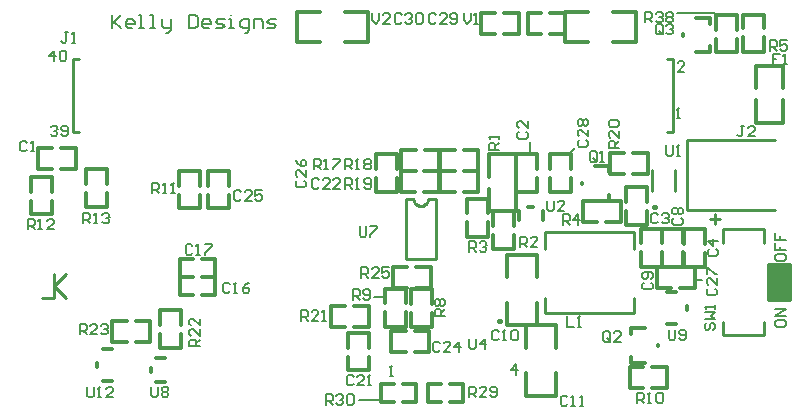
<source format=gto>
*%FSLAX23Y23*%
*%MOIN*%
G01*
%ADD11C,0.000*%
%ADD12C,0.000*%
%ADD13C,0.000*%
%ADD14C,0.001*%
%ADD15C,0.002*%
%ADD16C,0.006*%
%ADD17C,0.007*%
%ADD18C,0.007*%
%ADD19C,0.008*%
%ADD20C,0.010*%
%ADD21C,0.012*%
%ADD22C,0.015*%
%ADD23C,0.015*%
%ADD24C,0.018*%
%ADD25C,0.020*%
%ADD26C,0.022*%
%ADD27C,0.024*%
%ADD28C,0.025*%
%ADD29C,0.028*%
%ADD30C,0.029*%
%ADD31C,0.031*%
%ADD32C,0.031*%
%ADD33C,0.035*%
%ADD34C,0.035*%
%ADD35C,0.039*%
%ADD36C,0.043*%
%ADD37C,0.045*%
%ADD38C,0.047*%
%ADD39C,0.048*%
%ADD40C,0.049*%
%ADD41C,0.050*%
%ADD42C,0.050*%
%ADD43C,0.051*%
%ADD44C,0.051*%
%ADD45C,0.054*%
%ADD46C,0.055*%
%ADD47C,0.055*%
%ADD48C,0.059*%
%ADD49C,0.059*%
%ADD50C,0.062*%
%ADD51C,0.066*%
%ADD52C,0.067*%
%ADD53C,0.070*%
%ADD54C,0.074*%
%ADD55C,0.115*%
%ADD56C,0.135*%
%ADD57C,0.138*%
%ADD58C,0.138*%
%ADD59C,0.158*%
%ADD60C,0.158*%
%ADD61C,0.190*%
%ADD62C,0.194*%
%ADD63C,0.236*%
%ADD64C,0.240*%
%ADD65R,0.011X0.030*%
%ADD66R,0.012X0.030*%
%ADD67R,0.014X0.033*%
%ADD68R,0.014X0.037*%
%ADD69R,0.015X0.034*%
%ADD70R,0.016X0.034*%
%ADD71R,0.018X0.037*%
%ADD72R,0.018X0.041*%
%ADD73R,0.020X0.025*%
%ADD74R,0.021X0.021*%
%ADD75R,0.024X0.029*%
%ADD76R,0.025X0.020*%
%ADD77R,0.029X0.024*%
%ADD78R,0.030X0.011*%
%ADD79R,0.030X0.030*%
%ADD80R,0.030X0.050*%
%ADD81R,0.031X0.031*%
%ADD82R,0.033X0.014*%
%ADD83R,0.034X0.015*%
%ADD84R,0.034X0.034*%
%ADD85R,0.034X0.054*%
%ADD86R,0.035X0.035*%
%ADD87R,0.037X0.014*%
%ADD88R,0.037X0.018*%
%ADD89R,0.039X0.014*%
%ADD90R,0.039X0.041*%
%ADD91R,0.040X0.050*%
%ADD92R,0.040X0.083*%
%ADD93R,0.041X0.018*%
%ADD94R,0.041X0.087*%
%ADD95R,0.043X0.018*%
%ADD96R,0.043X0.045*%
%ADD97R,0.044X0.054*%
%ADD98R,0.044X0.087*%
%ADD99R,0.045X0.091*%
%ADD100R,0.047X0.055*%
%ADD101R,0.048X0.024*%
%ADD102R,0.050X0.023*%
%ADD103R,0.050X0.030*%
%ADD104R,0.050X0.040*%
%ADD105R,0.050X0.060*%
%ADD106R,0.051X0.059*%
%ADD107R,0.052X0.028*%
%ADD108R,0.054X0.027*%
%ADD109R,0.054X0.034*%
%ADD110R,0.054X0.044*%
%ADD111R,0.054X0.064*%
%ADD112R,0.055X0.039*%
%ADD113R,0.057X0.012*%
%ADD114R,0.057X0.067*%
%ADD115R,0.059X0.043*%
%ADD116R,0.060X0.060*%
%ADD117R,0.061X0.024*%
%ADD118R,0.061X0.051*%
%ADD119R,0.061X0.016*%
%ADD120R,0.061X0.071*%
%ADD121R,0.063X0.039*%
%ADD122R,0.064X0.064*%
%ADD123R,0.065X0.028*%
%ADD124R,0.065X0.055*%
%ADD125R,0.067X0.043*%
%ADD126R,0.085X0.030*%
%ADD127R,0.085X0.085*%
%ADD128R,0.089X0.034*%
%ADD129R,0.094X0.030*%
%ADD130R,0.098X0.034*%
%ADD131R,0.104X0.104*%
%ADD132R,0.108X0.108*%
%ADD133R,0.116X0.138*%
%ADD134R,0.120X0.142*%
%ADD135R,0.169X0.169*%
%ADD136R,0.173X0.173*%
D16*
X10849Y8331D02*
X10861D01*
X10855D01*
Y8366D01*
X10856D01*
X10855D02*
X10849Y8360D01*
X11177Y7654D02*
Y7643D01*
X11183Y7637D01*
X11206D01*
X11212Y7643D01*
Y7654D01*
X11206Y7660D01*
X11183D01*
X11177Y7654D01*
Y7672D02*
X11212D01*
Y7695D02*
X11177Y7672D01*
Y7695D02*
X11212D01*
X11177Y7863D02*
Y7874D01*
Y7863D02*
X11183Y7857D01*
X11206D01*
X11212Y7863D01*
Y7874D01*
X11206Y7880D01*
X11183D01*
X11177Y7874D01*
Y7892D02*
Y7915D01*
Y7892D02*
X11195D01*
Y7904D01*
Y7892D01*
X11212D01*
X11177Y7927D02*
Y7950D01*
Y7927D02*
X11195D01*
Y7939D01*
Y7927D01*
X11212D01*
X8774Y8522D02*
Y8557D01*
X8757Y8539D01*
X8780D01*
X8792Y8551D02*
X8798Y8557D01*
X8809D01*
X8815Y8551D01*
Y8528D01*
X8809Y8522D01*
X8798D01*
X8792Y8528D01*
Y8551D01*
X8768Y8307D02*
X8762Y8301D01*
X8768Y8307D02*
X8779D01*
X8785Y8301D01*
Y8295D01*
X8786D01*
X8785D02*
X8786D01*
X8785D02*
X8786D01*
X8785D02*
X8779Y8289D01*
X8774D01*
X8779D01*
X8785Y8284D01*
Y8278D01*
X8779Y8272D01*
X8768D01*
X8762Y8278D01*
X8797D02*
X8803Y8272D01*
X8814D01*
X8820Y8278D01*
Y8301D01*
X8814Y8307D01*
X8803D01*
X8797Y8301D01*
Y8295D01*
X8803Y8289D01*
X8820D01*
X10852Y8487D02*
X10875D01*
X10852D02*
X10875Y8510D01*
Y8516D01*
X10869Y8522D01*
X10858D01*
X10852Y8516D01*
X10314Y7512D02*
Y7477D01*
X10297Y7494D02*
X10314Y7512D01*
X10320Y7494D02*
X10297D01*
X9904Y7472D02*
X9892D01*
X9898D02*
X9904D01*
X9898D02*
Y7507D01*
X9899D01*
X9898D02*
X9892Y7501D01*
X8967Y8632D02*
Y8677D01*
Y8647D02*
Y8632D01*
Y8647D02*
X8997Y8677D01*
X8974Y8654D01*
X8997Y8632D01*
X9019D02*
X9034D01*
X9019D02*
X9012Y8639D01*
Y8654D01*
X9019Y8662D01*
X9034D01*
X9042Y8654D01*
Y8647D01*
X9012D01*
X9057Y8632D02*
X9072D01*
X9064D01*
Y8677D01*
X9057D01*
X9094Y8632D02*
X9109D01*
X9102D01*
Y8677D01*
X9094D01*
X9132Y8662D02*
Y8639D01*
X9139Y8632D01*
X9162D01*
Y8625D01*
X9154Y8617D01*
X9147D01*
X9162Y8632D02*
Y8662D01*
X9222Y8677D02*
Y8632D01*
X9244D01*
X9252Y8639D01*
Y8669D01*
X9244Y8677D01*
X9222D01*
X9274Y8632D02*
X9289D01*
X9274D02*
X9267Y8639D01*
Y8654D01*
X9274Y8662D01*
X9289D01*
X9297Y8654D01*
Y8647D01*
X9267D01*
X9312Y8632D02*
X9334D01*
X9342Y8639D01*
X9334Y8647D01*
X9319D01*
X9312Y8654D01*
X9319Y8662D01*
X9342D01*
X9357Y8632D02*
X9372D01*
X9364D01*
Y8662D01*
X9357D01*
X9364Y8677D02*
X9365D01*
X9409Y8617D02*
X9417D01*
X9424Y8625D01*
Y8662D01*
X9402D01*
X9394Y8654D01*
Y8639D01*
X9402Y8632D01*
X9424D01*
X9439D02*
Y8662D01*
X9462D01*
X9469Y8654D01*
Y8632D01*
X9484D02*
X9507D01*
X9514Y8639D01*
X9507Y8647D01*
X9492D01*
X9484Y8654D01*
X9492Y8662D01*
X9514D01*
X10802Y8640D02*
Y8617D01*
Y8640D02*
X10796Y8646D01*
X10785D01*
X10779Y8640D01*
Y8617D01*
X10785Y8611D01*
X10796D01*
X10802D02*
X10791Y8623D01*
X10796Y8611D02*
X10802Y8617D01*
X10814Y8640D02*
X10820Y8646D01*
X10831D01*
X10837Y8640D01*
Y8634D01*
X10838D01*
X10837D02*
X10838D01*
X10837D02*
X10838D01*
X10837D02*
X10831Y8628D01*
X10826D01*
X10831D01*
X10837Y8623D01*
Y8617D01*
X10831Y8611D01*
X10820D01*
X10814Y8617D01*
X10744Y8651D02*
Y8686D01*
X10761D01*
X10767Y8680D01*
Y8668D01*
X10761Y8663D01*
X10744D01*
X10756D02*
X10767Y8651D01*
X10779Y8680D02*
X10785Y8686D01*
X10796D01*
X10802Y8680D01*
Y8674D01*
X10803D01*
X10802D02*
X10803D01*
X10802D02*
X10803D01*
X10802D02*
X10796Y8668D01*
X10791D01*
X10796D01*
X10802Y8663D01*
Y8657D01*
X10796Y8651D01*
X10785D01*
X10779Y8657D01*
X10814Y8680D02*
X10820Y8686D01*
X10831D01*
X10837Y8680D01*
Y8674D01*
X10831Y8668D01*
X10837Y8663D01*
Y8657D01*
X10831Y8651D01*
X10820D01*
X10814Y8657D01*
Y8663D01*
X10820Y8668D01*
X10814Y8674D01*
Y8680D01*
X10820Y8668D02*
X10831D01*
X11159Y8591D02*
Y8556D01*
Y8591D02*
X11176D01*
X11182Y8585D01*
Y8573D01*
X11176Y8568D01*
X11159D01*
X11171D02*
X11182Y8556D01*
X11194Y8591D02*
X11217D01*
X11194D02*
Y8573D01*
X11206Y8579D01*
X11211D01*
X11217Y8573D01*
Y8562D01*
X11211Y8556D01*
X11200D01*
X11194Y8562D01*
X11192Y8546D02*
X11169D01*
Y8528D01*
X11181D01*
X11169D01*
Y8511D01*
X11204D02*
X11216D01*
X11210D01*
Y8546D01*
X11211D01*
X11210D02*
X11204Y8540D01*
X10469Y8011D02*
Y7976D01*
Y8011D02*
X10486D01*
X10492Y8005D01*
Y7993D01*
X10486Y7988D01*
X10469D01*
X10481D02*
X10492Y7976D01*
X10521D02*
Y8011D01*
X10504Y7993D01*
X10527D01*
X10251Y7626D02*
X10257Y7620D01*
X10251Y7626D02*
X10240D01*
X10234Y7620D01*
Y7597D01*
X10240Y7591D01*
X10251D01*
X10257Y7597D01*
X10269Y7591D02*
X10281D01*
X10275D01*
Y7626D01*
X10276D01*
X10275D02*
X10269Y7620D01*
X10298D02*
X10304Y7626D01*
X10316D01*
X10321Y7620D01*
Y7597D01*
X10316Y7591D01*
X10304D01*
X10298Y7597D01*
Y7620D01*
X10157Y7597D02*
Y7568D01*
X10163Y7562D01*
X10174D01*
X10180Y7568D01*
Y7597D01*
X10209D02*
Y7562D01*
X10192Y7579D02*
X10209Y7597D01*
X10215Y7579D02*
X10192D01*
X10157Y7437D02*
Y7402D01*
Y7437D02*
X10174D01*
X10180Y7431D01*
Y7419D01*
X10174Y7414D01*
X10157D01*
X10169D02*
X10180Y7402D01*
X10192D02*
X10215D01*
X10192D02*
X10215Y7425D01*
Y7431D01*
X10209Y7437D01*
X10198D01*
X10192Y7431D01*
X10227Y7408D02*
X10233Y7402D01*
X10244D01*
X10250Y7408D01*
Y7431D01*
X10244Y7437D01*
X10233D01*
X10227Y7431D01*
Y7425D01*
X10233Y7419D01*
X10250D01*
X9679Y7411D02*
Y7376D01*
Y7411D02*
X9696D01*
X9702Y7405D01*
Y7393D01*
X9696Y7388D01*
X9679D01*
X9691D02*
X9702Y7376D01*
X9714Y7405D02*
X9720Y7411D01*
X9731D01*
X9737Y7405D01*
Y7399D01*
X9738D01*
X9737D02*
X9738D01*
X9737D02*
X9738D01*
X9737D02*
X9731Y7393D01*
X9726D01*
X9731D01*
X9737Y7388D01*
Y7382D01*
X9731Y7376D01*
X9720D01*
X9714Y7382D01*
X9749Y7405D02*
X9755Y7411D01*
X9766D01*
X9772Y7405D01*
Y7382D01*
X9766Y7376D01*
X9755D01*
X9749Y7382D01*
Y7405D01*
X9772Y7470D02*
X9766Y7476D01*
X9755D01*
X9749Y7470D01*
Y7447D01*
X9755Y7441D01*
X9766D01*
X9772Y7447D01*
X9784Y7441D02*
X9807D01*
X9784D02*
X9807Y7464D01*
Y7470D01*
X9801Y7476D01*
X9790D01*
X9784Y7470D01*
X9819Y7441D02*
X9831D01*
X9825D01*
Y7476D01*
X9826D01*
X9825D02*
X9819Y7470D01*
X9834Y8658D02*
Y8681D01*
Y8658D02*
X9846Y8646D01*
X9857Y8658D01*
Y8681D01*
X9869Y8646D02*
X9892D01*
X9869D02*
X9892Y8669D01*
Y8675D01*
X9886Y8681D01*
X9875D01*
X9869Y8675D01*
X9926Y8681D02*
X9932Y8675D01*
X9926Y8681D02*
X9915D01*
X9909Y8675D01*
Y8652D01*
X9915Y8646D01*
X9926D01*
X9932Y8652D01*
X9944Y8675D02*
X9950Y8681D01*
X9961D01*
X9967Y8675D01*
Y8669D01*
X9968D01*
X9967D02*
X9968D01*
X9967D02*
X9968D01*
X9967D02*
X9961Y8663D01*
X9956D01*
X9961D01*
X9967Y8658D01*
Y8652D01*
X9961Y8646D01*
X9950D01*
X9944Y8652D01*
X9979Y8675D02*
X9985Y8681D01*
X9996D01*
X10002Y8675D01*
Y8652D01*
X9996Y8646D01*
X9985D01*
X9979Y8652D01*
Y8675D01*
X10139Y8681D02*
Y8658D01*
X10151Y8646D01*
X10162Y8658D01*
Y8681D01*
X10174Y8646D02*
X10186D01*
X10180D01*
Y8681D01*
X10181D01*
X10180D02*
X10174Y8675D01*
X10047D02*
X10041Y8681D01*
X10030D01*
X10024Y8675D01*
Y8652D01*
X10030Y8646D01*
X10041D01*
X10047Y8652D01*
X10059Y8646D02*
X10082D01*
X10059D02*
X10082Y8669D01*
Y8675D01*
X10076Y8681D01*
X10065D01*
X10059Y8675D01*
X10094Y8652D02*
X10100Y8646D01*
X10111D01*
X10117Y8652D01*
Y8675D01*
X10111Y8681D01*
X10100D01*
X10094Y8675D01*
Y8669D01*
X10100Y8663D01*
X10117D01*
X8821Y8619D02*
X8810D01*
X8815D01*
Y8590D01*
X8810Y8584D01*
X8804D01*
X8798Y8590D01*
X8833Y8584D02*
X8845D01*
X8839D01*
Y8619D01*
X8840D01*
X8839D02*
X8833Y8613D01*
X11063Y8306D02*
X11074D01*
X11068D02*
X11063D01*
X11068D02*
Y8277D01*
X11063Y8271D01*
X11057D01*
X11051Y8277D01*
X11086Y8271D02*
X11109D01*
X11086D02*
X11109Y8294D01*
Y8300D01*
X11103Y8306D01*
X11092D01*
X11086Y8300D01*
X10948Y7650D02*
X10942Y7644D01*
Y7633D01*
X10948Y7627D01*
X10954D01*
X10960Y7633D01*
Y7644D01*
X10965Y7650D01*
X10971D01*
X10977Y7644D01*
Y7633D01*
X10971Y7627D01*
X10977Y7662D02*
X10942D01*
X10965Y7674D02*
X10977Y7662D01*
X10965Y7674D02*
X10977Y7685D01*
X10942D01*
X10977Y7697D02*
Y7709D01*
Y7703D01*
X10942D01*
X10943D01*
X10942D02*
X10948Y7697D01*
X10717Y7417D02*
Y7382D01*
Y7417D02*
X10734D01*
X10740Y7411D01*
Y7399D01*
X10734Y7394D01*
X10717D01*
X10729D02*
X10740Y7382D01*
X10752D02*
X10764D01*
X10758D01*
Y7417D01*
X10759D01*
X10758D02*
X10752Y7411D01*
X10781D02*
X10787Y7417D01*
X10799D01*
X10804Y7411D01*
Y7388D01*
X10799Y7382D01*
X10787D01*
X10781Y7388D01*
Y7411D01*
X10627Y7592D02*
Y7615D01*
X10621Y7621D01*
X10610D01*
X10604Y7615D01*
Y7592D01*
X10610Y7586D01*
X10621D01*
X10627D02*
X10616Y7598D01*
X10621Y7586D02*
X10627Y7592D01*
X10639Y7586D02*
X10662D01*
X10639D02*
X10662Y7609D01*
Y7615D01*
X10656Y7621D01*
X10645D01*
X10639Y7615D01*
X10822Y7627D02*
Y7598D01*
X10828Y7592D01*
X10839D01*
X10845Y7598D01*
Y7627D01*
X10857Y7598D02*
X10863Y7592D01*
X10874D01*
X10880Y7598D01*
Y7621D01*
X10874Y7627D01*
X10863D01*
X10857Y7621D01*
Y7615D01*
X10863Y7609D01*
X10880D01*
X10949Y7758D02*
X10955Y7764D01*
X10949Y7758D02*
Y7747D01*
X10955Y7741D01*
X10978D01*
X10984Y7747D01*
Y7758D01*
X10978Y7764D01*
X10984Y7776D02*
Y7799D01*
Y7776D02*
X10961Y7799D01*
X10955D01*
X10949Y7793D01*
Y7782D01*
X10955Y7776D01*
X10949Y7811D02*
Y7834D01*
X10955D01*
X10978Y7811D01*
X10984D01*
X10952Y7889D02*
X10958Y7895D01*
X10952Y7889D02*
Y7878D01*
X10958Y7872D01*
X10981D01*
X10987Y7878D01*
Y7889D01*
X10981Y7895D01*
X10987Y7924D02*
X10952D01*
X10970Y7907D01*
Y7930D01*
X10840Y7999D02*
X10834Y7993D01*
Y7982D01*
X10840Y7976D01*
X10863D01*
X10869Y7982D01*
Y7993D01*
X10863Y7999D01*
X10840Y8011D02*
X10834Y8017D01*
Y8028D01*
X10840Y8034D01*
X10846D01*
X10852Y8028D01*
X10857Y8034D01*
X10863D01*
X10869Y8028D01*
Y8017D01*
X10863Y8011D01*
X10857D01*
X10852Y8017D01*
X10846Y8011D01*
X10840D01*
X10852Y8017D02*
Y8028D01*
X10740Y7784D02*
X10734Y7778D01*
Y7767D01*
X10740Y7761D01*
X10763D01*
X10769Y7767D01*
Y7778D01*
X10763Y7784D01*
Y7796D02*
X10769Y7802D01*
Y7813D01*
X10763Y7819D01*
X10740D01*
X10734Y7813D01*
Y7802D01*
X10740Y7796D01*
X10746D01*
X10752Y7802D01*
Y7819D01*
X10814Y8212D02*
Y8241D01*
Y8212D02*
X10820Y8206D01*
X10831D01*
X10837Y8212D01*
Y8241D01*
X10849Y8206D02*
X10861D01*
X10855D01*
Y8241D01*
X10856D01*
X10855D02*
X10849Y8235D01*
X10781Y8016D02*
X10787Y8010D01*
X10781Y8016D02*
X10770D01*
X10764Y8010D01*
Y7987D01*
X10770Y7981D01*
X10781D01*
X10787Y7987D01*
X10799Y8010D02*
X10805Y8016D01*
X10816D01*
X10822Y8010D01*
Y8004D01*
X10823D01*
X10822D02*
X10823D01*
X10822D02*
X10823D01*
X10822D02*
X10816Y7998D01*
X10811D01*
X10816D01*
X10822Y7993D01*
Y7987D01*
X10816Y7981D01*
X10805D01*
X10799Y7987D01*
X10657Y8232D02*
X10622D01*
Y8249D01*
X10628Y8255D01*
X10640D01*
X10645Y8249D01*
Y8232D01*
Y8244D02*
X10657Y8255D01*
Y8267D02*
Y8290D01*
Y8267D02*
X10634Y8290D01*
X10628D01*
X10622Y8284D01*
Y8273D01*
X10628Y8267D01*
Y8302D02*
X10622Y8308D01*
Y8319D01*
X10628Y8325D01*
X10651D01*
X10657Y8319D01*
Y8308D01*
X10651Y8302D01*
X10628D01*
X10582Y8215D02*
Y8192D01*
Y8215D02*
X10576Y8221D01*
X10565D01*
X10559Y8215D01*
Y8192D01*
X10565Y8186D01*
X10576D01*
X10582D02*
X10571Y8198D01*
X10576Y8186D02*
X10582Y8192D01*
X10594Y8186D02*
X10606D01*
X10600D01*
Y8221D01*
X10601D01*
X10600D02*
X10594Y8215D01*
X10525Y8259D02*
X10519Y8253D01*
Y8242D01*
X10525Y8236D01*
X10548D01*
X10554Y8242D01*
Y8253D01*
X10548Y8259D01*
X10554Y8271D02*
Y8294D01*
Y8271D02*
X10531Y8294D01*
X10525D01*
X10519Y8288D01*
Y8277D01*
X10525Y8271D01*
Y8306D02*
X10519Y8312D01*
Y8323D01*
X10525Y8329D01*
X10531D01*
X10537Y8323D01*
X10542Y8329D01*
X10548D01*
X10554Y8323D01*
Y8312D01*
X10548Y8306D01*
X10542D01*
X10537Y8312D01*
X10531Y8306D01*
X10525D01*
X10537Y8312D02*
Y8323D01*
X10324Y8287D02*
X10318Y8281D01*
Y8270D01*
X10324Y8264D01*
X10347D01*
X10353Y8270D01*
Y8281D01*
X10347Y8287D01*
X10353Y8299D02*
Y8322D01*
Y8299D02*
X10330Y8322D01*
X10324D01*
X10318Y8316D01*
Y8305D01*
X10324Y8299D01*
X10257Y8227D02*
X10222D01*
Y8244D01*
X10228Y8250D01*
X10240D01*
X10245Y8244D01*
Y8227D01*
Y8239D02*
X10257Y8250D01*
Y8262D02*
Y8274D01*
Y8268D01*
X10222D01*
X10223D01*
X10222D02*
X10228Y8262D01*
X9798Y7835D02*
Y7800D01*
Y7835D02*
X9815D01*
X9821Y7829D01*
Y7817D01*
X9815Y7812D01*
X9798D01*
X9810D02*
X9821Y7800D01*
X9833D02*
X9856D01*
X9833D02*
X9856Y7823D01*
Y7829D01*
X9850Y7835D01*
X9839D01*
X9833Y7829D01*
X9868Y7835D02*
X9891D01*
X9868D02*
Y7817D01*
X9880Y7823D01*
X9885D01*
X9891Y7817D01*
Y7806D01*
X9885Y7800D01*
X9874D01*
X9868Y7806D01*
X9769Y7761D02*
Y7726D01*
Y7761D02*
X9786D01*
X9792Y7755D01*
Y7743D01*
X9786Y7738D01*
X9769D01*
X9781D02*
X9792Y7726D01*
X9804Y7732D02*
X9810Y7726D01*
X9821D01*
X9827Y7732D01*
Y7755D01*
X9821Y7761D01*
X9810D01*
X9804Y7755D01*
Y7749D01*
X9810Y7743D01*
X9827D01*
X10042Y7672D02*
X10077D01*
X10042D02*
Y7689D01*
X10048Y7695D01*
X10060D01*
X10065Y7689D01*
Y7672D01*
Y7684D02*
X10077Y7695D01*
X10048Y7707D02*
X10042Y7713D01*
Y7724D01*
X10048Y7730D01*
X10054D01*
X10060Y7724D01*
X10065Y7730D01*
X10071D01*
X10077Y7724D01*
Y7713D01*
X10071Y7707D01*
X10065D01*
X10060Y7713D01*
X10054Y7707D01*
X10048D01*
X10060Y7713D02*
Y7724D01*
X10054Y7587D02*
X10060Y7581D01*
X10054Y7587D02*
X10043D01*
X10037Y7581D01*
Y7558D01*
X10043Y7552D01*
X10054D01*
X10060Y7558D01*
X10072Y7552D02*
X10095D01*
X10072D02*
X10095Y7575D01*
Y7581D01*
X10089Y7587D01*
X10078D01*
X10072Y7581D01*
X10124Y7587D02*
Y7552D01*
X10107Y7569D02*
X10124Y7587D01*
X10130Y7569D02*
X10107D01*
X10479Y7407D02*
X10485Y7401D01*
X10479Y7407D02*
X10468D01*
X10462Y7401D01*
Y7378D01*
X10468Y7372D01*
X10479D01*
X10485Y7378D01*
X10497Y7372D02*
X10509D01*
X10503D01*
Y7407D01*
X10504D01*
X10503D02*
X10497Y7401D01*
X10526Y7372D02*
X10538D01*
X10532D01*
Y7407D01*
X10533D01*
X10532D02*
X10526Y7401D01*
X10484Y7636D02*
Y7671D01*
Y7636D02*
X10507D01*
X10519D02*
X10531D01*
X10525D01*
Y7671D01*
X10526D01*
X10525D02*
X10519Y7665D01*
X10417Y8028D02*
Y8057D01*
Y8028D02*
X10423Y8022D01*
X10434D01*
X10440Y8028D01*
Y8057D01*
X10452Y8022D02*
X10475D01*
X10452D02*
X10475Y8045D01*
Y8051D01*
X10469Y8057D01*
X10458D01*
X10452Y8051D01*
X10327Y7937D02*
Y7902D01*
Y7937D02*
X10344D01*
X10350Y7931D01*
Y7919D01*
X10344Y7914D01*
X10327D01*
X10339D02*
X10350Y7902D01*
X10362D02*
X10385D01*
X10362D02*
X10385Y7925D01*
Y7931D01*
X10379Y7937D01*
X10368D01*
X10362Y7931D01*
X10157Y7922D02*
Y7887D01*
Y7922D02*
X10174D01*
X10180Y7916D01*
Y7904D01*
X10174Y7899D01*
X10157D01*
X10169D02*
X10180Y7887D01*
X10192Y7916D02*
X10198Y7922D01*
X10209D01*
X10215Y7916D01*
Y7910D01*
X10216D01*
X10215D02*
X10216D01*
X10215D02*
X10216D01*
X10215D02*
X10209Y7904D01*
X10204D01*
X10209D01*
X10215Y7899D01*
Y7893D01*
X10209Y7887D01*
X10198D01*
X10192Y7893D01*
X9744Y8096D02*
Y8131D01*
X9761D01*
X9767Y8125D01*
Y8113D01*
X9761Y8108D01*
X9744D01*
X9756D02*
X9767Y8096D01*
X9779D02*
X9791D01*
X9785D01*
Y8131D01*
X9786D01*
X9785D02*
X9779Y8125D01*
X9808Y8102D02*
X9814Y8096D01*
X9826D01*
X9831Y8102D01*
Y8125D01*
X9826Y8131D01*
X9814D01*
X9808Y8125D01*
Y8119D01*
X9814Y8113D01*
X9831D01*
X9744Y8161D02*
Y8196D01*
X9761D01*
X9767Y8190D01*
Y8178D01*
X9761Y8173D01*
X9744D01*
X9756D02*
X9767Y8161D01*
X9779D02*
X9791D01*
X9785D01*
Y8196D01*
X9786D01*
X9785D02*
X9779Y8190D01*
X9808D02*
X9814Y8196D01*
X9826D01*
X9831Y8190D01*
Y8184D01*
X9826Y8178D01*
X9831Y8173D01*
Y8167D01*
X9826Y8161D01*
X9814D01*
X9808Y8167D01*
Y8173D01*
X9814Y8178D01*
X9808Y8184D01*
Y8190D01*
X9814Y8178D02*
X9826D01*
X9639Y8161D02*
Y8196D01*
X9656D01*
X9662Y8190D01*
Y8178D01*
X9656Y8173D01*
X9639D01*
X9651D02*
X9662Y8161D01*
X9674D02*
X9686D01*
X9680D01*
Y8196D01*
X9681D01*
X9680D02*
X9674Y8190D01*
X9703Y8196D02*
X9726D01*
Y8190D01*
X9703Y8167D01*
Y8161D01*
X9657Y8125D02*
X9651Y8131D01*
X9640D01*
X9634Y8125D01*
Y8102D01*
X9640Y8096D01*
X9651D01*
X9657Y8102D01*
X9669Y8096D02*
X9692D01*
X9669D02*
X9692Y8119D01*
Y8125D01*
X9686Y8131D01*
X9675D01*
X9669Y8125D01*
X9704Y8096D02*
X9727D01*
X9704D02*
X9727Y8119D01*
Y8125D01*
X9721Y8131D01*
X9710D01*
X9704Y8125D01*
X9792Y7972D02*
Y7943D01*
X9798Y7937D01*
X9809D01*
X9815Y7943D01*
Y7972D01*
X9827D02*
X9850D01*
Y7966D01*
X9827Y7943D01*
Y7937D01*
X9585Y8124D02*
X9579Y8118D01*
Y8107D01*
X9585Y8101D01*
X9608D01*
X9614Y8107D01*
Y8118D01*
X9608Y8124D01*
X9614Y8136D02*
Y8159D01*
Y8136D02*
X9591Y8159D01*
X9585D01*
X9579Y8153D01*
Y8142D01*
X9585Y8136D01*
Y8183D02*
X9579Y8194D01*
X9585Y8183D02*
X9597Y8171D01*
X9608D01*
X9614Y8177D01*
Y8188D01*
X9608Y8194D01*
X9602D01*
X9597Y8188D01*
Y8171D01*
X9597Y7692D02*
Y7657D01*
Y7692D02*
X9614D01*
X9620Y7686D01*
Y7674D01*
X9614Y7669D01*
X9597D01*
X9609D02*
X9620Y7657D01*
X9632D02*
X9655D01*
X9632D02*
X9655Y7680D01*
Y7686D01*
X9649Y7692D01*
X9638D01*
X9632Y7686D01*
X9667Y7657D02*
X9679D01*
X9673D01*
Y7692D01*
X9674D01*
X9673D02*
X9667Y7686D01*
X9097Y7437D02*
Y7408D01*
X9103Y7402D01*
X9114D01*
X9120Y7408D01*
Y7437D01*
X9132Y7431D02*
X9138Y7437D01*
X9149D01*
X9155Y7431D01*
Y7425D01*
X9149Y7419D01*
X9155Y7414D01*
Y7408D01*
X9149Y7402D01*
X9138D01*
X9132Y7408D01*
Y7414D01*
X9138Y7419D01*
X9132Y7425D01*
Y7431D01*
X9138Y7419D02*
X9149D01*
X8859Y7611D02*
Y7646D01*
X8876D01*
X8882Y7640D01*
Y7628D01*
X8876Y7623D01*
X8859D01*
X8871D02*
X8882Y7611D01*
X8894D02*
X8917D01*
X8894D02*
X8917Y7634D01*
Y7640D01*
X8911Y7646D01*
X8900D01*
X8894Y7640D01*
X8929D02*
X8935Y7646D01*
X8946D01*
X8952Y7640D01*
Y7634D01*
X8953D01*
X8952D02*
X8953D01*
X8952D02*
X8953D01*
X8952D02*
X8946Y7628D01*
X8941D01*
X8946D01*
X8952Y7623D01*
Y7617D01*
X8946Y7611D01*
X8935D01*
X8929Y7617D01*
X9224Y7571D02*
X9259D01*
X9224D02*
Y7588D01*
X9230Y7594D01*
X9242D01*
X9247Y7588D01*
Y7571D01*
Y7583D02*
X9259Y7594D01*
Y7606D02*
Y7629D01*
Y7606D02*
X9236Y7629D01*
X9230D01*
X9224Y7623D01*
Y7612D01*
X9230Y7606D01*
X9259Y7641D02*
Y7664D01*
Y7641D02*
X9236Y7664D01*
X9230D01*
X9224Y7658D01*
Y7647D01*
X9230Y7641D01*
X9235Y7906D02*
X9229Y7912D01*
X9218D01*
X9212Y7906D01*
Y7883D01*
X9218Y7877D01*
X9229D01*
X9235Y7883D01*
X9247Y7877D02*
X9259D01*
X9253D01*
Y7912D01*
X9254D01*
X9253D02*
X9247Y7906D01*
X9276Y7912D02*
X9299D01*
Y7906D01*
X9276Y7883D01*
Y7877D01*
X9355Y7784D02*
X9361Y7778D01*
X9355Y7784D02*
X9343D01*
X9337Y7778D01*
Y7755D01*
X9343Y7749D01*
X9355D01*
X9361Y7755D01*
X9372Y7749D02*
X9384D01*
X9378D01*
Y7784D01*
X9379D01*
X9378D02*
X9372Y7778D01*
X9413D02*
X9425Y7784D01*
X9413Y7778D02*
X9402Y7767D01*
Y7755D01*
X9407Y7749D01*
X9419D01*
X9425Y7755D01*
Y7761D01*
X9419Y7767D01*
X9402D01*
X9397Y8085D02*
X9391Y8091D01*
X9380D01*
X9374Y8085D01*
Y8062D01*
X9380Y8056D01*
X9391D01*
X9397Y8062D01*
X9409Y8056D02*
X9432D01*
X9409D02*
X9432Y8079D01*
Y8085D01*
X9426Y8091D01*
X9415D01*
X9409Y8085D01*
X9444Y8091D02*
X9467D01*
X9444D02*
Y8073D01*
X9456Y8079D01*
X9461D01*
X9467Y8073D01*
Y8062D01*
X9461Y8056D01*
X9450D01*
X9444Y8062D01*
X9101Y8081D02*
Y8116D01*
X9118D01*
X9124Y8110D01*
Y8098D01*
X9118Y8093D01*
X9101D01*
X9113D02*
X9124Y8081D01*
X9136D02*
X9148D01*
X9142D01*
Y8116D01*
X9143D01*
X9142D02*
X9136Y8110D01*
X9165Y8081D02*
X9177D01*
X9171D01*
Y8116D01*
X9172D01*
X9171D02*
X9165Y8110D01*
X8871Y8016D02*
Y7981D01*
Y8016D02*
X8888D01*
X8894Y8010D01*
Y7998D01*
X8888Y7993D01*
X8871D01*
X8883D02*
X8894Y7981D01*
X8906D02*
X8918D01*
X8912D01*
Y8016D01*
X8913D01*
X8912D02*
X8906Y8010D01*
X8935D02*
X8941Y8016D01*
X8953D01*
X8958Y8010D01*
Y8004D01*
X8959D01*
X8958D02*
X8959D01*
X8958D02*
X8959D01*
X8958D02*
X8953Y7998D01*
X8947D01*
X8953D01*
X8958Y7993D01*
Y7987D01*
X8953Y7981D01*
X8941D01*
X8935Y7987D01*
X8684Y8250D02*
X8678Y8256D01*
X8667D01*
X8661Y8250D01*
Y8227D01*
X8667Y8221D01*
X8678D01*
X8684Y8227D01*
X8696Y8221D02*
X8708D01*
X8702D01*
Y8256D01*
X8703D01*
X8702D02*
X8696Y8250D01*
X8686Y7996D02*
Y7961D01*
Y7996D02*
X8703D01*
X8709Y7990D01*
Y7978D01*
X8703Y7973D01*
X8686D01*
X8698D02*
X8709Y7961D01*
X8721D02*
X8733D01*
X8727D01*
Y7996D01*
X8728D01*
X8727D02*
X8721Y7990D01*
X8750Y7961D02*
X8773D01*
X8750D02*
X8773Y7984D01*
Y7990D01*
X8768Y7996D01*
X8756D01*
X8750Y7990D01*
X8884Y7436D02*
Y7407D01*
X8890Y7401D01*
X8901D01*
X8907Y7407D01*
Y7436D01*
X8919Y7401D02*
X8931D01*
X8925D01*
Y7436D01*
X8926D01*
X8925D02*
X8919Y7430D01*
X8948Y7401D02*
X8971D01*
X8948D02*
X8971Y7424D01*
Y7430D01*
X8966Y7436D01*
X8954D01*
X8948Y7430D01*
D19*
X10849Y8681D02*
X10974D01*
X10934Y7791D02*
X10909D01*
X9879Y7736D02*
X9839D01*
X9859Y7391D02*
X9789D01*
X10359Y8211D02*
Y8251D01*
X10494Y8216D02*
X10509Y8231D01*
X10974Y8681D02*
X10979Y8676D01*
D20*
X10254Y7659D02*
Y7651D01*
Y7659D02*
X10262D01*
Y7651D01*
X10254D01*
X10771Y8031D02*
Y8040D01*
X10780D01*
Y8031D01*
X10771D01*
X10959Y7996D02*
X10992D01*
X10976Y8013D02*
Y7979D01*
X10837Y8285D02*
Y8530D01*
X8837D02*
Y8285D01*
X10817D02*
X10837D01*
Y8530D02*
X10817D01*
X8857D02*
X8837D01*
Y8285D02*
X8857D01*
X10884Y8026D02*
X11178Y8026D01*
X10884Y8026D02*
Y8258D01*
X11177D01*
X11178Y7842D02*
Y7730D01*
X11217Y7731D02*
Y7842D01*
X11209D02*
Y7730D01*
X11202D02*
Y7841D01*
X11195D02*
Y7732D01*
X11187D02*
Y7842D01*
X11170D02*
Y7730D01*
X11162Y7727D02*
Y7842D01*
X11154Y7845D02*
Y7727D01*
X11227D02*
Y7845D01*
X11139Y7916D02*
Y7963D01*
Y7653D02*
Y7609D01*
X11002Y7915D02*
Y7963D01*
Y7653D02*
Y7609D01*
X11209Y7842D02*
X11217D01*
X11209Y7730D02*
X11202D01*
Y7841D02*
X11195D01*
Y7732D02*
X11187D01*
Y7842D02*
X11178D01*
Y7730D02*
X11170D01*
Y7842D02*
X11162D01*
Y7727D02*
X11154D01*
Y7845D02*
X11227D01*
Y7727D02*
X11154D01*
X11139Y7963D02*
X11002D01*
Y7609D02*
X11139D01*
X10844Y8088D02*
Y8159D01*
X10766D02*
Y8088D01*
X10706Y7732D02*
Y7682D01*
X10411D02*
Y7732D01*
X10706Y7897D02*
Y7952D01*
X10411D02*
Y7897D01*
Y7682D02*
X10706D01*
Y7952D02*
X10411D01*
X10021Y8064D02*
X10021Y8061D01*
X10020Y8058D01*
X10019Y8055D01*
X10018Y8052D01*
X10016Y8049D01*
X10014Y8047D01*
X10011Y8045D01*
X10008Y8043D01*
X10006Y8041D01*
X10002Y8040D01*
X9999Y8040D01*
X9996Y8039D01*
X9993Y8040D01*
X9989Y8040D01*
X9986Y8041D01*
X9983Y8043D01*
X9981Y8045D01*
X9978Y8047D01*
X9976Y8049D01*
X9974Y8052D01*
X9973Y8055D01*
X9972Y8058D01*
X9971Y8061D01*
X9971Y8064D01*
X10046D02*
Y7864D01*
X9946D02*
Y8064D01*
X9971D01*
X10021D02*
X10046D01*
Y7864D02*
X9946D01*
X8812Y7732D02*
X8772Y7772D01*
X8812Y7812D01*
X8772D02*
Y7732D01*
X8732D01*
D21*
X10959Y8646D02*
Y8666D01*
X10869Y8611D02*
Y8606D01*
X10959Y8571D02*
Y8551D01*
Y8666D02*
X10914D01*
Y8551D02*
X10959D01*
X10979D02*
Y8596D01*
X11049D02*
Y8551D01*
Y8626D02*
Y8676D01*
X10979D02*
Y8626D01*
Y8551D02*
X11049D01*
Y8676D02*
X10979D01*
X11139D02*
Y8631D01*
X11069D02*
Y8676D01*
Y8601D02*
Y8551D01*
X11139D02*
Y8601D01*
Y8676D02*
X11069D01*
Y8551D02*
X11139D01*
X11112Y8392D02*
Y8317D01*
X11202D02*
Y8392D01*
Y8432D02*
Y8507D01*
X11112D02*
Y8432D01*
Y8317D02*
X11202D01*
Y8507D02*
X11112D01*
X10537Y8057D02*
Y7987D01*
X10662D02*
Y8057D01*
X10582D02*
X10537D01*
Y7987D02*
X10582D01*
X10612D02*
X10662D01*
Y8057D02*
X10612D01*
X10282Y7717D02*
Y7642D01*
X10382D02*
Y7717D01*
Y7802D02*
Y7877D01*
X10282D02*
Y7802D01*
Y7642D02*
X10382D01*
Y7877D02*
X10282D01*
X10137Y7447D02*
Y7387D01*
X10020D02*
Y7447D01*
X10092Y7387D02*
X10137D01*
Y7447D02*
X10092D01*
X10062D02*
X10020D01*
Y7387D02*
X10062D01*
X9862D02*
Y7447D01*
X9979D02*
Y7387D01*
X9907Y7447D02*
X9862D01*
Y7387D02*
X9907D01*
X9937D02*
X9979D01*
Y7447D02*
X9937D01*
X9754Y7491D02*
Y7536D01*
X9824D02*
Y7491D01*
Y7566D02*
Y7616D01*
X9754D02*
Y7566D01*
Y7491D02*
X9824D01*
Y7616D02*
X9754D01*
X9819Y8586D02*
Y8686D01*
X9584D02*
Y8586D01*
X9744Y8686D02*
X9819D01*
Y8586D02*
X9744D01*
X9659D02*
X9584D01*
Y8686D02*
X9659D01*
X10197Y8682D02*
Y8612D01*
X10322D02*
Y8682D01*
X10242D02*
X10197D01*
Y8612D02*
X10242D01*
X10272D02*
X10322D01*
Y8682D02*
X10272D01*
X10712Y8687D02*
Y8587D01*
X10477D02*
Y8687D01*
X10637D02*
X10712D01*
Y8587D02*
X10637D01*
X10552D02*
X10477D01*
Y8687D02*
X10552D01*
X10352Y8682D02*
Y8612D01*
X10477D02*
Y8682D01*
X10397D02*
X10352D01*
Y8612D02*
X10397D01*
X10427D02*
X10477D01*
Y8682D02*
X10427D01*
X10692Y7502D02*
Y7432D01*
X10817D02*
Y7502D01*
X10737D02*
X10692D01*
Y7432D02*
X10737D01*
X10767D02*
X10817D01*
Y7502D02*
X10767D01*
X10697Y7612D02*
Y7632D01*
X10787Y7577D02*
Y7572D01*
X10697Y7537D02*
Y7517D01*
Y7632D02*
X10742D01*
Y7517D02*
X10697D01*
X10885Y7692D02*
Y7707D01*
X10847Y7647D02*
X10817D01*
Y7752D02*
X10847D01*
X10785Y7766D02*
Y7836D01*
X10910D02*
Y7766D01*
X10830Y7836D02*
X10785D01*
Y7766D02*
X10830D01*
X10860D02*
X10910D01*
Y7836D02*
X10860D01*
X10872Y7837D02*
Y7882D01*
X10942D02*
Y7837D01*
Y7912D02*
Y7962D01*
X10872D02*
Y7912D01*
Y7837D02*
X10942D01*
Y7962D02*
X10872D01*
X10871Y7961D02*
Y7916D01*
X10801D02*
Y7961D01*
Y7886D02*
Y7836D01*
X10871D02*
Y7886D01*
Y7961D02*
X10801D01*
Y7836D02*
X10871D01*
X10801Y7916D02*
Y7961D01*
X10731D02*
Y7916D01*
Y7886D02*
Y7836D01*
X10801D02*
Y7886D01*
Y7961D02*
X10731D01*
Y7836D02*
X10801D01*
X10681Y7976D02*
Y8021D01*
X10751D02*
Y7976D01*
Y8051D02*
Y8101D01*
X10681D02*
Y8051D01*
Y7976D02*
X10751D01*
Y8101D02*
X10681D01*
X10627Y8147D02*
Y8217D01*
X10752D02*
Y8147D01*
X10672Y8217D02*
X10627D01*
Y8147D02*
X10672D01*
X10702D02*
X10752D01*
Y8217D02*
X10702D01*
X10622Y8077D02*
Y8057D01*
X10532Y8112D02*
Y8117D01*
X10622Y8152D02*
Y8172D01*
Y8057D02*
X10577D01*
Y8172D02*
X10622D01*
X10427Y8132D02*
Y8087D01*
X10497D02*
Y8132D01*
Y8162D02*
Y8212D01*
X10427D02*
Y8162D01*
Y8087D02*
X10497D01*
Y8212D02*
X10427D01*
X10312Y8132D02*
Y8087D01*
X10382D02*
Y8132D01*
Y8162D02*
Y8212D01*
X10312D02*
Y8162D01*
Y8087D02*
X10382D01*
Y8212D02*
X10312D01*
X10222Y8097D02*
Y8022D01*
X10312D02*
Y8097D01*
Y8137D02*
Y8212D01*
X10222D02*
Y8137D01*
Y8022D02*
X10312D01*
Y8212D02*
X10222D01*
X9904Y7836D02*
Y7766D01*
X10029D02*
Y7836D01*
X9949D02*
X9904D01*
Y7766D02*
X9949D01*
X9979D02*
X10029D01*
Y7836D02*
X9979D01*
X9947Y7762D02*
Y7717D01*
X9877D02*
Y7762D01*
Y7687D02*
Y7637D01*
X9947D02*
Y7687D01*
Y7762D02*
X9877D01*
Y7637D02*
X9947D01*
X9962D02*
Y7682D01*
X10032D02*
Y7637D01*
Y7712D02*
Y7762D01*
X9962D02*
Y7712D01*
Y7637D02*
X10032D01*
Y7762D02*
X9962D01*
X9897Y7622D02*
Y7552D01*
X10022D02*
Y7622D01*
X9947Y7552D02*
X9897D01*
Y7622D02*
X9947D01*
X9977D02*
X10022D01*
Y7552D02*
X9977D01*
X10447Y7567D02*
Y7642D01*
X10347D02*
Y7567D01*
Y7482D02*
Y7407D01*
X10447D02*
Y7482D01*
Y7642D02*
X10347D01*
Y7407D02*
X10447D01*
X10402Y7992D02*
Y8022D01*
X10322D02*
Y7992D01*
X10355Y8036D02*
X10370D01*
X10237Y7942D02*
Y7897D01*
X10307D02*
Y7942D01*
Y7972D02*
Y8022D01*
X10237D02*
Y7972D01*
Y7897D02*
X10307D01*
Y8022D02*
X10237D01*
X10221Y8016D02*
Y8061D01*
X10151D02*
Y8016D01*
Y7986D02*
Y7936D01*
X10221D02*
Y7986D01*
Y8061D02*
X10151D01*
Y7936D02*
X10221D01*
X10186Y8086D02*
Y8156D01*
X10061D02*
Y8086D01*
X10141D02*
X10186D01*
Y8156D02*
X10141D01*
X10111D02*
X10061D01*
Y8086D02*
X10111D01*
X10186Y8156D02*
Y8226D01*
X10061D02*
Y8156D01*
X10141D02*
X10186D01*
Y8226D02*
X10141D01*
X10111D02*
X10061D01*
Y8156D02*
X10111D01*
X10056D02*
Y8226D01*
X9931D02*
Y8156D01*
X10011D02*
X10056D01*
Y8226D02*
X10011D01*
X9981D02*
X9931D01*
Y8156D02*
X9981D01*
X9931D02*
Y8086D01*
X10056D02*
Y8156D01*
X9976D02*
X9931D01*
Y8086D02*
X9976D01*
X10006D02*
X10056D01*
Y8156D02*
X10006D01*
X9846Y8131D02*
Y8086D01*
X9916D02*
Y8131D01*
Y8161D02*
Y8211D01*
X9846D02*
Y8161D01*
Y8086D02*
X9916D01*
Y8211D02*
X9846D01*
X9698Y7706D02*
Y7636D01*
X9823D02*
Y7706D01*
X9743D02*
X9698D01*
Y7636D02*
X9743D01*
X9773D02*
X9823D01*
Y7706D02*
X9773D01*
X9098Y7500D02*
Y7485D01*
X9112Y7532D02*
X9142D01*
Y7452D02*
X9112D01*
X8967Y7587D02*
Y7657D01*
X9092D02*
Y7587D01*
X9017D02*
X8967D01*
Y7657D02*
X9017D01*
X9047D02*
X9092D01*
Y7587D02*
X9047D01*
X9127Y7567D02*
Y7612D01*
X9197D02*
Y7567D01*
Y7642D02*
Y7692D01*
X9127D02*
Y7642D01*
Y7567D02*
X9197D01*
Y7692D02*
X9127D01*
X9309Y7802D02*
Y7862D01*
X9192D02*
Y7802D01*
X9267Y7862D02*
X9309D01*
Y7802D02*
X9267D01*
X9237D02*
X9192D01*
Y7862D02*
X9237D01*
X9309Y7802D02*
Y7742D01*
X9192D02*
Y7802D01*
X9267D02*
X9309D01*
Y7742D02*
X9267D01*
X9237D02*
X9192D01*
Y7802D02*
X9237D01*
X9286Y8031D02*
Y8076D01*
X9356D02*
Y8031D01*
Y8106D02*
Y8156D01*
X9286D02*
Y8106D01*
Y8031D02*
X9356D01*
Y8156D02*
X9286D01*
X9191Y8076D02*
Y8031D01*
X9261D02*
Y8076D01*
Y8106D02*
Y8156D01*
X9191D02*
Y8106D01*
Y8031D02*
X9261D01*
Y8156D02*
X9191D01*
X8881Y8081D02*
Y8036D01*
X8951D02*
Y8081D01*
Y8111D02*
Y8161D01*
X8881D02*
Y8111D01*
Y8036D02*
X8951D01*
Y8161D02*
X8881D01*
X8721D02*
Y8231D01*
X8846D02*
Y8161D01*
X8766Y8231D02*
X8721D01*
Y8161D02*
X8766D01*
X8796D02*
X8846D01*
Y8231D02*
X8796D01*
X8696Y8056D02*
Y8011D01*
X8766D02*
Y8056D01*
Y8086D02*
Y8136D01*
X8696D02*
Y8086D01*
Y8011D02*
X8766D01*
Y8136D02*
X8696D01*
X8917Y7517D02*
Y7502D01*
X8937Y7562D02*
X8967D01*
Y7457D02*
X8937D01*
D02*
M02*

</source>
